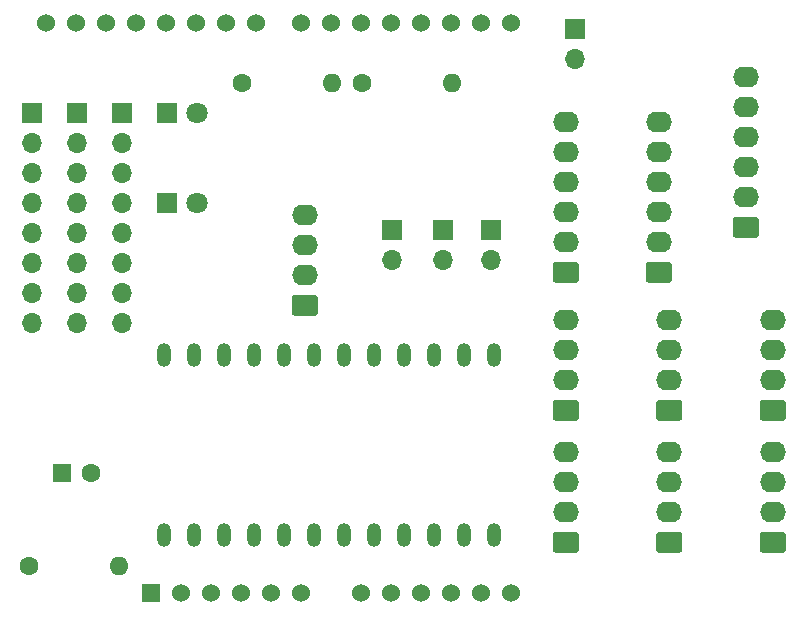
<source format=gbr>
G04 #@! TF.GenerationSoftware,KiCad,Pcbnew,(5.1.5-0-10_14)*
G04 #@! TF.CreationDate,2020-06-21T14:14:04+10:00*
G04 #@! TF.ProjectId,Arduino_NW_I2C,41726475-696e-46f5-9f4e-575f4932432e,rev?*
G04 #@! TF.SameCoordinates,Original*
G04 #@! TF.FileFunction,Soldermask,Bot*
G04 #@! TF.FilePolarity,Negative*
%FSLAX46Y46*%
G04 Gerber Fmt 4.6, Leading zero omitted, Abs format (unit mm)*
G04 Created by KiCad (PCBNEW (5.1.5-0-10_14)) date 2020-06-21 14:14:04*
%MOMM*%
%LPD*%
G04 APERTURE LIST*
%ADD10O,1.600000X1.600000*%
%ADD11C,1.600000*%
%ADD12O,1.700000X1.700000*%
%ADD13R,1.700000X1.700000*%
%ADD14O,2.200000X1.740000*%
%ADD15C,0.100000*%
%ADD16O,1.200000X2.000000*%
%ADD17C,1.800000*%
%ADD18R,1.800000X1.800000*%
%ADD19R,1.600000X1.600000*%
%ADD20C,1.524000*%
%ADD21R,1.524000X1.524000*%
G04 APERTURE END LIST*
D10*
X108316000Y-111760000D03*
D11*
X100696000Y-111760000D03*
D10*
X136510000Y-70866000D03*
D11*
X128890000Y-70866000D03*
D10*
X126350000Y-70866000D03*
D11*
X118730000Y-70866000D03*
D12*
X146924000Y-68834000D03*
D13*
X146924000Y-66294000D03*
D12*
X108570000Y-91186000D03*
X108570000Y-88646000D03*
X108570000Y-86106000D03*
X108570000Y-83566000D03*
X108570000Y-81026000D03*
X108570000Y-78486000D03*
X108570000Y-75946000D03*
D13*
X108570000Y-73406000D03*
D12*
X104760000Y-91186000D03*
X104760000Y-88646000D03*
X104760000Y-86106000D03*
X104760000Y-83566000D03*
X104760000Y-81026000D03*
X104760000Y-78486000D03*
X104760000Y-75946000D03*
D13*
X104760000Y-73406000D03*
D12*
X100950000Y-91186000D03*
X100950000Y-88646000D03*
X100950000Y-86106000D03*
X100950000Y-83566000D03*
X100950000Y-81026000D03*
X100950000Y-78486000D03*
X100950000Y-75946000D03*
D13*
X100950000Y-73406000D03*
D14*
X163688000Y-102108000D03*
X163688000Y-104648000D03*
X163688000Y-107188000D03*
D15*
G36*
X164562505Y-108859204D02*
G01*
X164586773Y-108862804D01*
X164610572Y-108868765D01*
X164633671Y-108877030D01*
X164655850Y-108887520D01*
X164676893Y-108900132D01*
X164696599Y-108914747D01*
X164714777Y-108931223D01*
X164731253Y-108949401D01*
X164745868Y-108969107D01*
X164758480Y-108990150D01*
X164768970Y-109012329D01*
X164777235Y-109035428D01*
X164783196Y-109059227D01*
X164786796Y-109083495D01*
X164788000Y-109107999D01*
X164788000Y-110348001D01*
X164786796Y-110372505D01*
X164783196Y-110396773D01*
X164777235Y-110420572D01*
X164768970Y-110443671D01*
X164758480Y-110465850D01*
X164745868Y-110486893D01*
X164731253Y-110506599D01*
X164714777Y-110524777D01*
X164696599Y-110541253D01*
X164676893Y-110555868D01*
X164655850Y-110568480D01*
X164633671Y-110578970D01*
X164610572Y-110587235D01*
X164586773Y-110593196D01*
X164562505Y-110596796D01*
X164538001Y-110598000D01*
X162837999Y-110598000D01*
X162813495Y-110596796D01*
X162789227Y-110593196D01*
X162765428Y-110587235D01*
X162742329Y-110578970D01*
X162720150Y-110568480D01*
X162699107Y-110555868D01*
X162679401Y-110541253D01*
X162661223Y-110524777D01*
X162644747Y-110506599D01*
X162630132Y-110486893D01*
X162617520Y-110465850D01*
X162607030Y-110443671D01*
X162598765Y-110420572D01*
X162592804Y-110396773D01*
X162589204Y-110372505D01*
X162588000Y-110348001D01*
X162588000Y-109107999D01*
X162589204Y-109083495D01*
X162592804Y-109059227D01*
X162598765Y-109035428D01*
X162607030Y-109012329D01*
X162617520Y-108990150D01*
X162630132Y-108969107D01*
X162644747Y-108949401D01*
X162661223Y-108931223D01*
X162679401Y-108914747D01*
X162699107Y-108900132D01*
X162720150Y-108887520D01*
X162742329Y-108877030D01*
X162765428Y-108868765D01*
X162789227Y-108862804D01*
X162813495Y-108859204D01*
X162837999Y-108858000D01*
X164538001Y-108858000D01*
X164562505Y-108859204D01*
G37*
D14*
X154925000Y-90932000D03*
X154925000Y-93472000D03*
X154925000Y-96012000D03*
D15*
G36*
X155799505Y-97683204D02*
G01*
X155823773Y-97686804D01*
X155847572Y-97692765D01*
X155870671Y-97701030D01*
X155892850Y-97711520D01*
X155913893Y-97724132D01*
X155933599Y-97738747D01*
X155951777Y-97755223D01*
X155968253Y-97773401D01*
X155982868Y-97793107D01*
X155995480Y-97814150D01*
X156005970Y-97836329D01*
X156014235Y-97859428D01*
X156020196Y-97883227D01*
X156023796Y-97907495D01*
X156025000Y-97931999D01*
X156025000Y-99172001D01*
X156023796Y-99196505D01*
X156020196Y-99220773D01*
X156014235Y-99244572D01*
X156005970Y-99267671D01*
X155995480Y-99289850D01*
X155982868Y-99310893D01*
X155968253Y-99330599D01*
X155951777Y-99348777D01*
X155933599Y-99365253D01*
X155913893Y-99379868D01*
X155892850Y-99392480D01*
X155870671Y-99402970D01*
X155847572Y-99411235D01*
X155823773Y-99417196D01*
X155799505Y-99420796D01*
X155775001Y-99422000D01*
X154074999Y-99422000D01*
X154050495Y-99420796D01*
X154026227Y-99417196D01*
X154002428Y-99411235D01*
X153979329Y-99402970D01*
X153957150Y-99392480D01*
X153936107Y-99379868D01*
X153916401Y-99365253D01*
X153898223Y-99348777D01*
X153881747Y-99330599D01*
X153867132Y-99310893D01*
X153854520Y-99289850D01*
X153844030Y-99267671D01*
X153835765Y-99244572D01*
X153829804Y-99220773D01*
X153826204Y-99196505D01*
X153825000Y-99172001D01*
X153825000Y-97931999D01*
X153826204Y-97907495D01*
X153829804Y-97883227D01*
X153835765Y-97859428D01*
X153844030Y-97836329D01*
X153854520Y-97814150D01*
X153867132Y-97793107D01*
X153881747Y-97773401D01*
X153898223Y-97755223D01*
X153916401Y-97738747D01*
X153936107Y-97724132D01*
X153957150Y-97711520D01*
X153979329Y-97701030D01*
X154002428Y-97692765D01*
X154026227Y-97686804D01*
X154050495Y-97683204D01*
X154074999Y-97682000D01*
X155775001Y-97682000D01*
X155799505Y-97683204D01*
G37*
D14*
X154925000Y-102108000D03*
X154925000Y-104648000D03*
X154925000Y-107188000D03*
D15*
G36*
X155799505Y-108859204D02*
G01*
X155823773Y-108862804D01*
X155847572Y-108868765D01*
X155870671Y-108877030D01*
X155892850Y-108887520D01*
X155913893Y-108900132D01*
X155933599Y-108914747D01*
X155951777Y-108931223D01*
X155968253Y-108949401D01*
X155982868Y-108969107D01*
X155995480Y-108990150D01*
X156005970Y-109012329D01*
X156014235Y-109035428D01*
X156020196Y-109059227D01*
X156023796Y-109083495D01*
X156025000Y-109107999D01*
X156025000Y-110348001D01*
X156023796Y-110372505D01*
X156020196Y-110396773D01*
X156014235Y-110420572D01*
X156005970Y-110443671D01*
X155995480Y-110465850D01*
X155982868Y-110486893D01*
X155968253Y-110506599D01*
X155951777Y-110524777D01*
X155933599Y-110541253D01*
X155913893Y-110555868D01*
X155892850Y-110568480D01*
X155870671Y-110578970D01*
X155847572Y-110587235D01*
X155823773Y-110593196D01*
X155799505Y-110596796D01*
X155775001Y-110598000D01*
X154074999Y-110598000D01*
X154050495Y-110596796D01*
X154026227Y-110593196D01*
X154002428Y-110587235D01*
X153979329Y-110578970D01*
X153957150Y-110568480D01*
X153936107Y-110555868D01*
X153916401Y-110541253D01*
X153898223Y-110524777D01*
X153881747Y-110506599D01*
X153867132Y-110486893D01*
X153854520Y-110465850D01*
X153844030Y-110443671D01*
X153835765Y-110420572D01*
X153829804Y-110396773D01*
X153826204Y-110372505D01*
X153825000Y-110348001D01*
X153825000Y-109107999D01*
X153826204Y-109083495D01*
X153829804Y-109059227D01*
X153835765Y-109035428D01*
X153844030Y-109012329D01*
X153854520Y-108990150D01*
X153867132Y-108969107D01*
X153881747Y-108949401D01*
X153898223Y-108931223D01*
X153916401Y-108914747D01*
X153936107Y-108900132D01*
X153957150Y-108887520D01*
X153979329Y-108877030D01*
X154002428Y-108868765D01*
X154026227Y-108862804D01*
X154050495Y-108859204D01*
X154074999Y-108858000D01*
X155775001Y-108858000D01*
X155799505Y-108859204D01*
G37*
D14*
X146162000Y-90932000D03*
X146162000Y-93472000D03*
X146162000Y-96012000D03*
D15*
G36*
X147036505Y-97683204D02*
G01*
X147060773Y-97686804D01*
X147084572Y-97692765D01*
X147107671Y-97701030D01*
X147129850Y-97711520D01*
X147150893Y-97724132D01*
X147170599Y-97738747D01*
X147188777Y-97755223D01*
X147205253Y-97773401D01*
X147219868Y-97793107D01*
X147232480Y-97814150D01*
X147242970Y-97836329D01*
X147251235Y-97859428D01*
X147257196Y-97883227D01*
X147260796Y-97907495D01*
X147262000Y-97931999D01*
X147262000Y-99172001D01*
X147260796Y-99196505D01*
X147257196Y-99220773D01*
X147251235Y-99244572D01*
X147242970Y-99267671D01*
X147232480Y-99289850D01*
X147219868Y-99310893D01*
X147205253Y-99330599D01*
X147188777Y-99348777D01*
X147170599Y-99365253D01*
X147150893Y-99379868D01*
X147129850Y-99392480D01*
X147107671Y-99402970D01*
X147084572Y-99411235D01*
X147060773Y-99417196D01*
X147036505Y-99420796D01*
X147012001Y-99422000D01*
X145311999Y-99422000D01*
X145287495Y-99420796D01*
X145263227Y-99417196D01*
X145239428Y-99411235D01*
X145216329Y-99402970D01*
X145194150Y-99392480D01*
X145173107Y-99379868D01*
X145153401Y-99365253D01*
X145135223Y-99348777D01*
X145118747Y-99330599D01*
X145104132Y-99310893D01*
X145091520Y-99289850D01*
X145081030Y-99267671D01*
X145072765Y-99244572D01*
X145066804Y-99220773D01*
X145063204Y-99196505D01*
X145062000Y-99172001D01*
X145062000Y-97931999D01*
X145063204Y-97907495D01*
X145066804Y-97883227D01*
X145072765Y-97859428D01*
X145081030Y-97836329D01*
X145091520Y-97814150D01*
X145104132Y-97793107D01*
X145118747Y-97773401D01*
X145135223Y-97755223D01*
X145153401Y-97738747D01*
X145173107Y-97724132D01*
X145194150Y-97711520D01*
X145216329Y-97701030D01*
X145239428Y-97692765D01*
X145263227Y-97686804D01*
X145287495Y-97683204D01*
X145311999Y-97682000D01*
X147012001Y-97682000D01*
X147036505Y-97683204D01*
G37*
D14*
X146162000Y-102108000D03*
X146162000Y-104648000D03*
X146162000Y-107188000D03*
D15*
G36*
X147036505Y-108859204D02*
G01*
X147060773Y-108862804D01*
X147084572Y-108868765D01*
X147107671Y-108877030D01*
X147129850Y-108887520D01*
X147150893Y-108900132D01*
X147170599Y-108914747D01*
X147188777Y-108931223D01*
X147205253Y-108949401D01*
X147219868Y-108969107D01*
X147232480Y-108990150D01*
X147242970Y-109012329D01*
X147251235Y-109035428D01*
X147257196Y-109059227D01*
X147260796Y-109083495D01*
X147262000Y-109107999D01*
X147262000Y-110348001D01*
X147260796Y-110372505D01*
X147257196Y-110396773D01*
X147251235Y-110420572D01*
X147242970Y-110443671D01*
X147232480Y-110465850D01*
X147219868Y-110486893D01*
X147205253Y-110506599D01*
X147188777Y-110524777D01*
X147170599Y-110541253D01*
X147150893Y-110555868D01*
X147129850Y-110568480D01*
X147107671Y-110578970D01*
X147084572Y-110587235D01*
X147060773Y-110593196D01*
X147036505Y-110596796D01*
X147012001Y-110598000D01*
X145311999Y-110598000D01*
X145287495Y-110596796D01*
X145263227Y-110593196D01*
X145239428Y-110587235D01*
X145216329Y-110578970D01*
X145194150Y-110568480D01*
X145173107Y-110555868D01*
X145153401Y-110541253D01*
X145135223Y-110524777D01*
X145118747Y-110506599D01*
X145104132Y-110486893D01*
X145091520Y-110465850D01*
X145081030Y-110443671D01*
X145072765Y-110420572D01*
X145066804Y-110396773D01*
X145063204Y-110372505D01*
X145062000Y-110348001D01*
X145062000Y-109107999D01*
X145063204Y-109083495D01*
X145066804Y-109059227D01*
X145072765Y-109035428D01*
X145081030Y-109012329D01*
X145091520Y-108990150D01*
X145104132Y-108969107D01*
X145118747Y-108949401D01*
X145135223Y-108931223D01*
X145153401Y-108914747D01*
X145173107Y-108900132D01*
X145194150Y-108887520D01*
X145216329Y-108877030D01*
X145239428Y-108868765D01*
X145263227Y-108862804D01*
X145287495Y-108859204D01*
X145311999Y-108858000D01*
X147012001Y-108858000D01*
X147036505Y-108859204D01*
G37*
D14*
X161402000Y-70358000D03*
X161402000Y-72898000D03*
X161402000Y-75438000D03*
X161402000Y-77978000D03*
X161402000Y-80518000D03*
D15*
G36*
X162276505Y-82189204D02*
G01*
X162300773Y-82192804D01*
X162324572Y-82198765D01*
X162347671Y-82207030D01*
X162369850Y-82217520D01*
X162390893Y-82230132D01*
X162410599Y-82244747D01*
X162428777Y-82261223D01*
X162445253Y-82279401D01*
X162459868Y-82299107D01*
X162472480Y-82320150D01*
X162482970Y-82342329D01*
X162491235Y-82365428D01*
X162497196Y-82389227D01*
X162500796Y-82413495D01*
X162502000Y-82437999D01*
X162502000Y-83678001D01*
X162500796Y-83702505D01*
X162497196Y-83726773D01*
X162491235Y-83750572D01*
X162482970Y-83773671D01*
X162472480Y-83795850D01*
X162459868Y-83816893D01*
X162445253Y-83836599D01*
X162428777Y-83854777D01*
X162410599Y-83871253D01*
X162390893Y-83885868D01*
X162369850Y-83898480D01*
X162347671Y-83908970D01*
X162324572Y-83917235D01*
X162300773Y-83923196D01*
X162276505Y-83926796D01*
X162252001Y-83928000D01*
X160551999Y-83928000D01*
X160527495Y-83926796D01*
X160503227Y-83923196D01*
X160479428Y-83917235D01*
X160456329Y-83908970D01*
X160434150Y-83898480D01*
X160413107Y-83885868D01*
X160393401Y-83871253D01*
X160375223Y-83854777D01*
X160358747Y-83836599D01*
X160344132Y-83816893D01*
X160331520Y-83795850D01*
X160321030Y-83773671D01*
X160312765Y-83750572D01*
X160306804Y-83726773D01*
X160303204Y-83702505D01*
X160302000Y-83678001D01*
X160302000Y-82437999D01*
X160303204Y-82413495D01*
X160306804Y-82389227D01*
X160312765Y-82365428D01*
X160321030Y-82342329D01*
X160331520Y-82320150D01*
X160344132Y-82299107D01*
X160358747Y-82279401D01*
X160375223Y-82261223D01*
X160393401Y-82244747D01*
X160413107Y-82230132D01*
X160434150Y-82217520D01*
X160456329Y-82207030D01*
X160479428Y-82198765D01*
X160503227Y-82192804D01*
X160527495Y-82189204D01*
X160551999Y-82188000D01*
X162252001Y-82188000D01*
X162276505Y-82189204D01*
G37*
D14*
X154036000Y-74168000D03*
X154036000Y-76708000D03*
X154036000Y-79248000D03*
X154036000Y-81788000D03*
X154036000Y-84328000D03*
D15*
G36*
X154910505Y-85999204D02*
G01*
X154934773Y-86002804D01*
X154958572Y-86008765D01*
X154981671Y-86017030D01*
X155003850Y-86027520D01*
X155024893Y-86040132D01*
X155044599Y-86054747D01*
X155062777Y-86071223D01*
X155079253Y-86089401D01*
X155093868Y-86109107D01*
X155106480Y-86130150D01*
X155116970Y-86152329D01*
X155125235Y-86175428D01*
X155131196Y-86199227D01*
X155134796Y-86223495D01*
X155136000Y-86247999D01*
X155136000Y-87488001D01*
X155134796Y-87512505D01*
X155131196Y-87536773D01*
X155125235Y-87560572D01*
X155116970Y-87583671D01*
X155106480Y-87605850D01*
X155093868Y-87626893D01*
X155079253Y-87646599D01*
X155062777Y-87664777D01*
X155044599Y-87681253D01*
X155024893Y-87695868D01*
X155003850Y-87708480D01*
X154981671Y-87718970D01*
X154958572Y-87727235D01*
X154934773Y-87733196D01*
X154910505Y-87736796D01*
X154886001Y-87738000D01*
X153185999Y-87738000D01*
X153161495Y-87736796D01*
X153137227Y-87733196D01*
X153113428Y-87727235D01*
X153090329Y-87718970D01*
X153068150Y-87708480D01*
X153047107Y-87695868D01*
X153027401Y-87681253D01*
X153009223Y-87664777D01*
X152992747Y-87646599D01*
X152978132Y-87626893D01*
X152965520Y-87605850D01*
X152955030Y-87583671D01*
X152946765Y-87560572D01*
X152940804Y-87536773D01*
X152937204Y-87512505D01*
X152936000Y-87488001D01*
X152936000Y-86247999D01*
X152937204Y-86223495D01*
X152940804Y-86199227D01*
X152946765Y-86175428D01*
X152955030Y-86152329D01*
X152965520Y-86130150D01*
X152978132Y-86109107D01*
X152992747Y-86089401D01*
X153009223Y-86071223D01*
X153027401Y-86054747D01*
X153047107Y-86040132D01*
X153068150Y-86027520D01*
X153090329Y-86017030D01*
X153113428Y-86008765D01*
X153137227Y-86002804D01*
X153161495Y-85999204D01*
X153185999Y-85998000D01*
X154886001Y-85998000D01*
X154910505Y-85999204D01*
G37*
D14*
X146162000Y-74168000D03*
X146162000Y-76708000D03*
X146162000Y-79248000D03*
X146162000Y-81788000D03*
X146162000Y-84328000D03*
D15*
G36*
X147036505Y-85999204D02*
G01*
X147060773Y-86002804D01*
X147084572Y-86008765D01*
X147107671Y-86017030D01*
X147129850Y-86027520D01*
X147150893Y-86040132D01*
X147170599Y-86054747D01*
X147188777Y-86071223D01*
X147205253Y-86089401D01*
X147219868Y-86109107D01*
X147232480Y-86130150D01*
X147242970Y-86152329D01*
X147251235Y-86175428D01*
X147257196Y-86199227D01*
X147260796Y-86223495D01*
X147262000Y-86247999D01*
X147262000Y-87488001D01*
X147260796Y-87512505D01*
X147257196Y-87536773D01*
X147251235Y-87560572D01*
X147242970Y-87583671D01*
X147232480Y-87605850D01*
X147219868Y-87626893D01*
X147205253Y-87646599D01*
X147188777Y-87664777D01*
X147170599Y-87681253D01*
X147150893Y-87695868D01*
X147129850Y-87708480D01*
X147107671Y-87718970D01*
X147084572Y-87727235D01*
X147060773Y-87733196D01*
X147036505Y-87736796D01*
X147012001Y-87738000D01*
X145311999Y-87738000D01*
X145287495Y-87736796D01*
X145263227Y-87733196D01*
X145239428Y-87727235D01*
X145216329Y-87718970D01*
X145194150Y-87708480D01*
X145173107Y-87695868D01*
X145153401Y-87681253D01*
X145135223Y-87664777D01*
X145118747Y-87646599D01*
X145104132Y-87626893D01*
X145091520Y-87605850D01*
X145081030Y-87583671D01*
X145072765Y-87560572D01*
X145066804Y-87536773D01*
X145063204Y-87512505D01*
X145062000Y-87488001D01*
X145062000Y-86247999D01*
X145063204Y-86223495D01*
X145066804Y-86199227D01*
X145072765Y-86175428D01*
X145081030Y-86152329D01*
X145091520Y-86130150D01*
X145104132Y-86109107D01*
X145118747Y-86089401D01*
X145135223Y-86071223D01*
X145153401Y-86054747D01*
X145173107Y-86040132D01*
X145194150Y-86027520D01*
X145216329Y-86017030D01*
X145239428Y-86008765D01*
X145263227Y-86002804D01*
X145287495Y-85999204D01*
X145311999Y-85998000D01*
X147012001Y-85998000D01*
X147036505Y-85999204D01*
G37*
D14*
X163688000Y-90932000D03*
X163688000Y-93472000D03*
X163688000Y-96012000D03*
D15*
G36*
X164562505Y-97683204D02*
G01*
X164586773Y-97686804D01*
X164610572Y-97692765D01*
X164633671Y-97701030D01*
X164655850Y-97711520D01*
X164676893Y-97724132D01*
X164696599Y-97738747D01*
X164714777Y-97755223D01*
X164731253Y-97773401D01*
X164745868Y-97793107D01*
X164758480Y-97814150D01*
X164768970Y-97836329D01*
X164777235Y-97859428D01*
X164783196Y-97883227D01*
X164786796Y-97907495D01*
X164788000Y-97931999D01*
X164788000Y-99172001D01*
X164786796Y-99196505D01*
X164783196Y-99220773D01*
X164777235Y-99244572D01*
X164768970Y-99267671D01*
X164758480Y-99289850D01*
X164745868Y-99310893D01*
X164731253Y-99330599D01*
X164714777Y-99348777D01*
X164696599Y-99365253D01*
X164676893Y-99379868D01*
X164655850Y-99392480D01*
X164633671Y-99402970D01*
X164610572Y-99411235D01*
X164586773Y-99417196D01*
X164562505Y-99420796D01*
X164538001Y-99422000D01*
X162837999Y-99422000D01*
X162813495Y-99420796D01*
X162789227Y-99417196D01*
X162765428Y-99411235D01*
X162742329Y-99402970D01*
X162720150Y-99392480D01*
X162699107Y-99379868D01*
X162679401Y-99365253D01*
X162661223Y-99348777D01*
X162644747Y-99330599D01*
X162630132Y-99310893D01*
X162617520Y-99289850D01*
X162607030Y-99267671D01*
X162598765Y-99244572D01*
X162592804Y-99220773D01*
X162589204Y-99196505D01*
X162588000Y-99172001D01*
X162588000Y-97931999D01*
X162589204Y-97907495D01*
X162592804Y-97883227D01*
X162598765Y-97859428D01*
X162607030Y-97836329D01*
X162617520Y-97814150D01*
X162630132Y-97793107D01*
X162644747Y-97773401D01*
X162661223Y-97755223D01*
X162679401Y-97738747D01*
X162699107Y-97724132D01*
X162720150Y-97711520D01*
X162742329Y-97701030D01*
X162765428Y-97692765D01*
X162789227Y-97686804D01*
X162813495Y-97683204D01*
X162837999Y-97682000D01*
X164538001Y-97682000D01*
X164562505Y-97683204D01*
G37*
D12*
X131430000Y-85852000D03*
D13*
X131430000Y-83312000D03*
D12*
X135748000Y-85852000D03*
D13*
X135748000Y-83312000D03*
D12*
X139812000Y-85852000D03*
D13*
X139812000Y-83312000D03*
D14*
X124064000Y-82042000D03*
X124064000Y-84582000D03*
X124064000Y-87122000D03*
D15*
G36*
X124938505Y-88793204D02*
G01*
X124962773Y-88796804D01*
X124986572Y-88802765D01*
X125009671Y-88811030D01*
X125031850Y-88821520D01*
X125052893Y-88834132D01*
X125072599Y-88848747D01*
X125090777Y-88865223D01*
X125107253Y-88883401D01*
X125121868Y-88903107D01*
X125134480Y-88924150D01*
X125144970Y-88946329D01*
X125153235Y-88969428D01*
X125159196Y-88993227D01*
X125162796Y-89017495D01*
X125164000Y-89041999D01*
X125164000Y-90282001D01*
X125162796Y-90306505D01*
X125159196Y-90330773D01*
X125153235Y-90354572D01*
X125144970Y-90377671D01*
X125134480Y-90399850D01*
X125121868Y-90420893D01*
X125107253Y-90440599D01*
X125090777Y-90458777D01*
X125072599Y-90475253D01*
X125052893Y-90489868D01*
X125031850Y-90502480D01*
X125009671Y-90512970D01*
X124986572Y-90521235D01*
X124962773Y-90527196D01*
X124938505Y-90530796D01*
X124914001Y-90532000D01*
X123213999Y-90532000D01*
X123189495Y-90530796D01*
X123165227Y-90527196D01*
X123141428Y-90521235D01*
X123118329Y-90512970D01*
X123096150Y-90502480D01*
X123075107Y-90489868D01*
X123055401Y-90475253D01*
X123037223Y-90458777D01*
X123020747Y-90440599D01*
X123006132Y-90420893D01*
X122993520Y-90399850D01*
X122983030Y-90377671D01*
X122974765Y-90354572D01*
X122968804Y-90330773D01*
X122965204Y-90306505D01*
X122964000Y-90282001D01*
X122964000Y-89041999D01*
X122965204Y-89017495D01*
X122968804Y-88993227D01*
X122974765Y-88969428D01*
X122983030Y-88946329D01*
X122993520Y-88924150D01*
X123006132Y-88903107D01*
X123020747Y-88883401D01*
X123037223Y-88865223D01*
X123055401Y-88848747D01*
X123075107Y-88834132D01*
X123096150Y-88821520D01*
X123118329Y-88811030D01*
X123141428Y-88802765D01*
X123165227Y-88796804D01*
X123189495Y-88793204D01*
X123213999Y-88792000D01*
X124914001Y-88792000D01*
X124938505Y-88793204D01*
G37*
D16*
X140080000Y-109146000D03*
X140080000Y-93906000D03*
X137540000Y-109146000D03*
X137540000Y-93906000D03*
X135000000Y-109146000D03*
X135000000Y-93906000D03*
X132460000Y-109146000D03*
X132460000Y-93906000D03*
X129920000Y-109146000D03*
X129920000Y-93906000D03*
X127380000Y-109146000D03*
X127380000Y-93906000D03*
X124840000Y-109146000D03*
X124840000Y-93906000D03*
X122300000Y-109146000D03*
X122300000Y-93906000D03*
X119760000Y-109146000D03*
X119760000Y-93906000D03*
X117220000Y-109146000D03*
X117220000Y-93906000D03*
X114680000Y-109146000D03*
X114680000Y-93906000D03*
X112140000Y-109146000D03*
X112140000Y-93906000D03*
D17*
X114920000Y-81026000D03*
D18*
X112380000Y-81026000D03*
D17*
X114920000Y-73406000D03*
D18*
X112380000Y-73406000D03*
D19*
X103490000Y-103886000D03*
D11*
X105990000Y-103886000D03*
D20*
X102177000Y-65782000D03*
X104717000Y-65782000D03*
X107257000Y-65782000D03*
X109797000Y-65782000D03*
X112337000Y-65782000D03*
X114877000Y-65782000D03*
X117417000Y-65782000D03*
X119957000Y-65782000D03*
X123767000Y-65782000D03*
X126307000Y-65782000D03*
X128847000Y-65782000D03*
X131387000Y-65782000D03*
X133927000Y-65782000D03*
X136467000Y-65782000D03*
X139007000Y-65782000D03*
X141547000Y-65782000D03*
X141547000Y-114042000D03*
X139007000Y-114042000D03*
X136467000Y-114042000D03*
X133927000Y-114042000D03*
X131387000Y-114042000D03*
X128847000Y-114042000D03*
X123767000Y-114042000D03*
X121227000Y-114042000D03*
X118687000Y-114042000D03*
X116147000Y-114042000D03*
X113607000Y-114042000D03*
D21*
X111067000Y-114042000D03*
M02*

</source>
